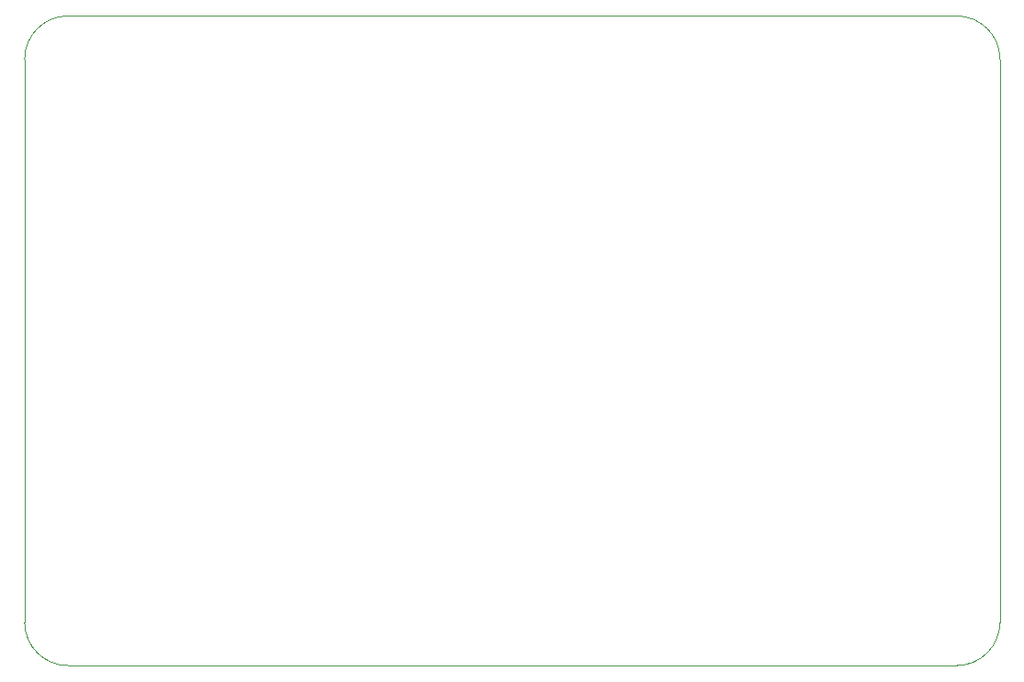
<source format=gbr>
%TF.GenerationSoftware,KiCad,Pcbnew,(5.1.6-0-10_14)*%
%TF.CreationDate,2020-08-18T03:30:43-05:00*%
%TF.ProjectId,Main,4d61696e-2e6b-4696-9361-645f70636258,rev?*%
%TF.SameCoordinates,Original*%
%TF.FileFunction,Profile,NP*%
%FSLAX46Y46*%
G04 Gerber Fmt 4.6, Leading zero omitted, Abs format (unit mm)*
G04 Created by KiCad (PCBNEW (5.1.6-0-10_14)) date 2020-08-18 03:30:43*
%MOMM*%
%LPD*%
G01*
G04 APERTURE LIST*
%TA.AperFunction,Profile*%
%ADD10C,0.038100*%
%TD*%
G04 APERTURE END LIST*
D10*
X36000000Y-38000000D02*
G75*
G02*
X40000000Y-34000000I4000000J0D01*
G01*
X122000000Y-34000000D02*
G75*
G02*
X126000000Y-38000000I0J-4000000D01*
G01*
X126000000Y-90000000D02*
G75*
G02*
X122000000Y-94000000I-4000000J0D01*
G01*
X40000000Y-94000000D02*
G75*
G02*
X36000000Y-90000000I0J4000000D01*
G01*
X36000000Y-90000000D02*
X36000000Y-38000000D01*
X122000000Y-94000000D02*
X40000000Y-94000000D01*
X126000000Y-38000000D02*
X126000000Y-90000000D01*
X40000000Y-34000000D02*
X122000000Y-34000000D01*
M02*

</source>
